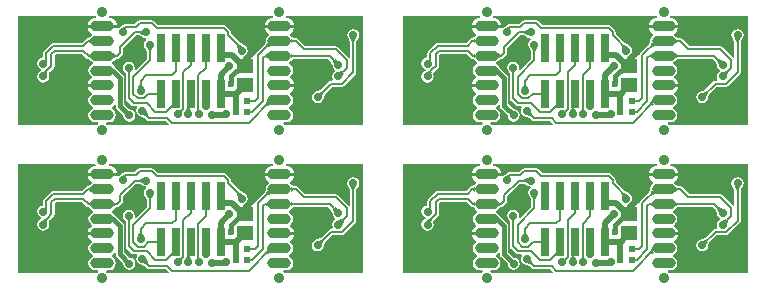
<source format=gbl>
G04 Layer_Physical_Order=2*
G04 Layer_Color=16711680*
%FSAX24Y24*%
%MOIN*%
G70*
G01*
G75*
%ADD17R,0.0217X0.0236*%
%ADD19R,0.0571X0.0512*%
%ADD21C,0.0100*%
%ADD22C,0.0150*%
%ADD23C,0.0080*%
%ADD26C,0.0200*%
G04:AMPARAMS|DCode=27|XSize=78.7mil|YSize=35.4mil|CornerRadius=17.7mil|HoleSize=0mil|Usage=FLASHONLY|Rotation=0.000|XOffset=0mil|YOffset=0mil|HoleType=Round|Shape=RoundedRectangle|*
%AMROUNDEDRECTD27*
21,1,0.0787,0.0000,0,0,0.0*
21,1,0.0433,0.0354,0,0,0.0*
1,1,0.0354,0.0217,0.0000*
1,1,0.0354,-0.0217,0.0000*
1,1,0.0354,-0.0217,0.0000*
1,1,0.0354,0.0217,0.0000*
%
%ADD27ROUNDEDRECTD27*%
G04:AMPARAMS|DCode=28|XSize=35.4mil|YSize=35.4mil|CornerRadius=17.7mil|HoleSize=0mil|Usage=FLASHONLY|Rotation=0.000|XOffset=0mil|YOffset=0mil|HoleType=Round|Shape=RoundedRectangle|*
%AMROUNDEDRECTD28*
21,1,0.0354,0.0000,0,0,0.0*
21,1,0.0000,0.0354,0,0,0.0*
1,1,0.0354,0.0000,0.0000*
1,1,0.0354,0.0000,0.0000*
1,1,0.0354,0.0000,0.0000*
1,1,0.0354,0.0000,0.0000*
%
%ADD28ROUNDEDRECTD28*%
%ADD29C,0.0276*%
%ADD30C,0.0236*%
%ADD31R,0.0299X0.0945*%
G36*
X029547Y021332D02*
X029540Y021291D01*
X029410Y021316D01*
X029490Y021389D01*
X029547Y021332D01*
D02*
G37*
G36*
X016736D02*
X016729Y021291D01*
X016599Y021316D01*
X016679Y021389D01*
X016736Y021332D01*
D02*
G37*
G36*
X030135Y021082D02*
X030019Y021139D01*
Y021219D01*
X030135Y021275D01*
Y021082D01*
D02*
G37*
G36*
X017324D02*
X017208Y021139D01*
Y021219D01*
X017324Y021275D01*
Y021082D01*
D02*
G37*
G36*
X037170Y020872D02*
X037090D01*
X037033Y020988D01*
X037226D01*
X037170Y020872D01*
D02*
G37*
G36*
X024359D02*
X024279D01*
X024222Y020988D01*
X024415D01*
X024359Y020872D01*
D02*
G37*
G36*
X028390Y020812D02*
X028295Y020850D01*
Y020930D01*
X028390Y020968D01*
Y020812D01*
D02*
G37*
G36*
X015579D02*
X015484Y020850D01*
Y020930D01*
X015579Y020968D01*
Y020812D01*
D02*
G37*
G36*
X035138Y020930D02*
Y020850D01*
X035042Y020810D01*
Y020969D01*
X035138Y020930D01*
D02*
G37*
G36*
X022327D02*
Y020850D01*
X022231Y020810D01*
Y020969D01*
X022327Y020930D01*
D02*
G37*
G36*
X034385Y020729D02*
X034292Y020692D01*
X034239Y020752D01*
X034282Y020850D01*
X034385Y020729D01*
D02*
G37*
G36*
X021574D02*
X021481Y020692D01*
X021428Y020752D01*
X021471Y020850D01*
X021574Y020729D01*
D02*
G37*
G36*
X033463Y020702D02*
X033284Y020632D01*
X033265Y020741D01*
X033349Y020771D01*
X033463Y020702D01*
D02*
G37*
G36*
X020652D02*
X020473Y020632D01*
X020454Y020741D01*
X020538Y020771D01*
X020652Y020702D01*
D02*
G37*
G36*
X030396Y020560D02*
X030316D01*
X030259Y020676D01*
X030452D01*
X030396Y020560D01*
D02*
G37*
G36*
X017585D02*
X017505D01*
X017448Y020676D01*
X017641D01*
X017585Y020560D01*
D02*
G37*
G36*
X028382Y020339D02*
X028311Y020358D01*
Y020438D01*
X028382Y020456D01*
Y020339D01*
D02*
G37*
G36*
X015571D02*
X015500Y020358D01*
Y020438D01*
X015571Y020456D01*
Y020339D01*
D02*
G37*
G36*
X035138Y020438D02*
Y020358D01*
X035042Y020318D01*
Y020477D01*
X035138Y020438D01*
D02*
G37*
G36*
X034297Y020318D02*
X034201Y020358D01*
Y020438D01*
X034297Y020477D01*
Y020318D01*
D02*
G37*
G36*
X029233Y020438D02*
Y020358D01*
X029137Y020318D01*
Y020477D01*
X029233Y020438D01*
D02*
G37*
G36*
X022327D02*
Y020358D01*
X022231Y020318D01*
Y020477D01*
X022327Y020438D01*
D02*
G37*
G36*
X021486Y020318D02*
X021390Y020358D01*
Y020438D01*
X021486Y020477D01*
Y020318D01*
D02*
G37*
G36*
X016422Y020438D02*
Y020358D01*
X016326Y020318D01*
Y020477D01*
X016422Y020438D01*
D02*
G37*
G36*
X036636Y020240D02*
X036500Y020104D01*
X036458Y020226D01*
X036514Y020282D01*
X036636Y020240D01*
D02*
G37*
G36*
X023825D02*
X023689Y020104D01*
X023647Y020226D01*
X023703Y020282D01*
X023825Y020240D01*
D02*
G37*
G36*
X030107Y021024D02*
X030110Y021024D01*
X030157Y020992D01*
X030218Y020980D01*
X030232Y020930D01*
X030213Y020917D01*
X030169Y020851D01*
X030154Y020774D01*
X030169Y020697D01*
X030201Y020650D01*
X030201Y020647D01*
X030254Y020539D01*
Y020299D01*
X029888Y019934D01*
X029842Y019959D01*
X029851Y020004D01*
X029836Y020081D01*
X029792Y020147D01*
X029727Y020190D01*
X029650Y020206D01*
X029572Y020190D01*
X029507Y020147D01*
X029463Y020081D01*
X029448Y020004D01*
X029463Y019927D01*
X029507Y019861D01*
X029548Y019834D01*
Y018980D01*
X029555Y018941D01*
X029578Y018908D01*
X029737Y018749D01*
X029770Y018726D01*
X029809Y018719D01*
X029906D01*
X029932Y018669D01*
X029916Y018644D01*
X029901Y018567D01*
X029916Y018490D01*
X029960Y018424D01*
X030025Y018381D01*
X030080Y018370D01*
X030083Y018368D01*
X030197Y018328D01*
X030266Y018259D01*
X030300Y018237D01*
X030339Y018229D01*
X030887D01*
X030976Y018140D01*
X030955Y018090D01*
X028947Y018090D01*
X028935Y018108D01*
X028891Y018137D01*
X028906Y018187D01*
X028980D01*
X029073Y018206D01*
X029151Y018258D01*
X029204Y018337D01*
X029222Y018429D01*
X029204Y018522D01*
X029151Y018600D01*
X029079Y018648D01*
X029076Y018675D01*
X029079Y018702D01*
X029151Y018750D01*
X029167Y018773D01*
X029217Y018758D01*
Y018724D01*
X029227Y018672D01*
X029257Y018627D01*
X029469Y018415D01*
X029468Y018409D01*
X029483Y018332D01*
X029527Y018267D01*
X029592Y018223D01*
X029669Y018208D01*
X029746Y018223D01*
X029812Y018267D01*
X029856Y018332D01*
X029871Y018409D01*
X029856Y018487D01*
X029812Y018552D01*
X029746Y018596D01*
X029669Y018611D01*
X029663Y018610D01*
X029492Y018781D01*
Y019669D01*
X029492Y019669D01*
X029481Y019722D01*
X029452Y019767D01*
X029452Y019767D01*
X029215Y020003D01*
X029188Y020021D01*
X029151Y020077D01*
X029079Y020125D01*
X029076Y020152D01*
X029079Y020179D01*
X029151Y020227D01*
X029176Y020264D01*
X029253Y020296D01*
X029256D01*
X029295Y020303D01*
X029328Y020326D01*
X029426Y020424D01*
X029449Y020457D01*
X029456Y020496D01*
Y020651D01*
X029882Y021077D01*
X029998D01*
X030107Y021024D01*
D02*
G37*
G36*
X017296D02*
X017299Y021024D01*
X017346Y020992D01*
X017407Y020980D01*
X017421Y020930D01*
X017402Y020917D01*
X017358Y020851D01*
X017343Y020774D01*
X017358Y020697D01*
X017390Y020650D01*
X017390Y020647D01*
X017443Y020539D01*
Y020299D01*
X017077Y019934D01*
X017031Y019959D01*
X017040Y020004D01*
X017025Y020081D01*
X016981Y020147D01*
X016916Y020190D01*
X016839Y020206D01*
X016761Y020190D01*
X016696Y020147D01*
X016652Y020081D01*
X016637Y020004D01*
X016652Y019927D01*
X016696Y019861D01*
X016737Y019834D01*
Y018980D01*
X016744Y018941D01*
X016766Y018908D01*
X016926Y018749D01*
X016959Y018726D01*
X016998Y018719D01*
X017095D01*
X017121Y018669D01*
X017105Y018644D01*
X017090Y018567D01*
X017105Y018490D01*
X017149Y018424D01*
X017214Y018381D01*
X017269Y018370D01*
X017271Y018368D01*
X017386Y018328D01*
X017455Y018259D01*
X017489Y018237D01*
X017528Y018229D01*
X018076D01*
X018165Y018140D01*
X018144Y018090D01*
X016136Y018090D01*
X016124Y018108D01*
X016080Y018137D01*
X016095Y018187D01*
X016169D01*
X016262Y018206D01*
X016340Y018258D01*
X016393Y018337D01*
X016411Y018429D01*
X016393Y018522D01*
X016340Y018600D01*
X016268Y018648D01*
X016265Y018675D01*
X016268Y018702D01*
X016340Y018750D01*
X016356Y018773D01*
X016406Y018758D01*
Y018724D01*
X016416Y018672D01*
X016446Y018627D01*
X016658Y018415D01*
X016657Y018409D01*
X016672Y018332D01*
X016716Y018267D01*
X016781Y018223D01*
X016858Y018208D01*
X016935Y018223D01*
X017001Y018267D01*
X017045Y018332D01*
X017060Y018409D01*
X017045Y018487D01*
X017001Y018552D01*
X016935Y018596D01*
X016858Y018611D01*
X016852Y018610D01*
X016681Y018781D01*
Y019669D01*
X016681Y019669D01*
X016670Y019722D01*
X016641Y019767D01*
X016641Y019767D01*
X016404Y020003D01*
X016377Y020021D01*
X016340Y020077D01*
X016268Y020125D01*
X016265Y020152D01*
X016268Y020179D01*
X016340Y020227D01*
X016365Y020264D01*
X016442Y020296D01*
X016445D01*
X016484Y020303D01*
X016517Y020326D01*
X016615Y020424D01*
X016638Y020457D01*
X016645Y020496D01*
Y020651D01*
X017071Y021077D01*
X017187D01*
X017296Y021024D01*
D02*
G37*
G36*
X026939Y019875D02*
X026921Y019766D01*
X026741Y019836D01*
X026856Y019905D01*
X026939Y019875D01*
D02*
G37*
G36*
X014128D02*
X014110Y019766D01*
X013930Y019836D01*
X014045Y019905D01*
X014128Y019875D01*
D02*
G37*
G36*
X036818Y019832D02*
X036776Y019710D01*
X036639Y019846D01*
X036761Y019889D01*
X036818Y019832D01*
D02*
G37*
G36*
X024007D02*
X023965Y019710D01*
X023828Y019846D01*
X023950Y019889D01*
X024007Y019832D01*
D02*
G37*
G36*
X030140Y019315D02*
X029947D01*
X030003Y019431D01*
X030083D01*
X030140Y019315D01*
D02*
G37*
G36*
X017329D02*
X017136D01*
X017192Y019431D01*
X017272D01*
X017329Y019315D01*
D02*
G37*
G36*
X036129Y019143D02*
X036087Y019021D01*
X035950Y019157D01*
X036072Y019200D01*
X036129Y019143D01*
D02*
G37*
G36*
X023318D02*
X023276Y019021D01*
X023139Y019157D01*
X023261Y019200D01*
X023318Y019143D01*
D02*
G37*
G36*
X028538Y021721D02*
X028545Y021711D01*
X028546Y021708D01*
X028522Y021658D01*
X028475Y021652D01*
X028407Y021624D01*
X028350Y021580D01*
X028305Y021522D01*
X028277Y021454D01*
X028274Y021432D01*
X029253D01*
X029250Y021454D01*
X029222Y021522D01*
X029178Y021580D01*
X029120Y021624D01*
X029053Y021652D01*
X029005Y021658D01*
X028982Y021708D01*
X028982Y021711D01*
X028990Y021721D01*
X034443Y021721D01*
X034451Y021711D01*
X034451Y021708D01*
X034428Y021658D01*
X034380Y021652D01*
X034313Y021624D01*
X034255Y021580D01*
X034211Y021522D01*
X034183Y021454D01*
X034180Y021432D01*
X035159D01*
X035156Y021454D01*
X035128Y021522D01*
X035084Y021580D01*
X035026Y021624D01*
X034958Y021652D01*
X034911Y021658D01*
X034887Y021708D01*
X034888Y021711D01*
X034895Y021721D01*
X037469Y021721D01*
X037469Y018090D01*
X034852Y018090D01*
X034840Y018108D01*
X034796Y018137D01*
X034812Y018187D01*
X034886D01*
X034978Y018206D01*
X035057Y018258D01*
X035109Y018337D01*
X035128Y018429D01*
X035109Y018522D01*
X035057Y018600D01*
X034985Y018648D01*
X034981Y018675D01*
X034985Y018702D01*
X035057Y018750D01*
X035109Y018829D01*
X035128Y018921D01*
X035109Y019014D01*
X035057Y019092D01*
X035022Y019116D01*
X035026Y019171D01*
X035084Y019216D01*
X035128Y019274D01*
X035156Y019341D01*
X035159Y019363D01*
X034669D01*
Y019463D01*
X035159D01*
X035156Y019486D01*
X035128Y019553D01*
X035084Y019611D01*
X035026Y019655D01*
X035022Y019711D01*
X035057Y019735D01*
X035109Y019813D01*
X035128Y019906D01*
X035109Y019998D01*
X035057Y020077D01*
X034985Y020125D01*
X034981Y020152D01*
X034985Y020179D01*
X035057Y020227D01*
X035082Y020264D01*
X035158Y020296D01*
X036300D01*
X036399Y020197D01*
X036439Y020083D01*
X036440Y020080D01*
X036451Y020025D01*
X036495Y019960D01*
X036531Y019936D01*
Y019875D01*
X036495Y019851D01*
X036451Y019786D01*
X036436Y019709D01*
X036451Y019631D01*
X036461Y019617D01*
X036438Y019573D01*
X036400D01*
X036361Y019565D01*
X036328Y019543D01*
X036043Y019258D01*
X035929Y019219D01*
X035927Y019217D01*
X035872Y019206D01*
X035806Y019162D01*
X035763Y019097D01*
X035747Y019020D01*
X035763Y018943D01*
X035806Y018877D01*
X035872Y018833D01*
X035949Y018818D01*
X036026Y018833D01*
X036091Y018877D01*
X036135Y018943D01*
X036146Y018998D01*
X036148Y019000D01*
X036188Y019114D01*
X036442Y019369D01*
X036755D01*
X036794Y019377D01*
X036828Y019399D01*
X037202Y019773D01*
X037224Y019806D01*
X037232Y019845D01*
Y020851D01*
X037285Y020960D01*
X037285Y020963D01*
X037316Y021009D01*
X037332Y021087D01*
X037316Y021164D01*
X037273Y021229D01*
X037207Y021273D01*
X037130Y021288D01*
X037053Y021273D01*
X036987Y021229D01*
X036944Y021164D01*
X036928Y021087D01*
X036944Y021009D01*
X036975Y020963D01*
X036975Y020960D01*
X037028Y020851D01*
Y020358D01*
X037008Y020346D01*
X036978Y020339D01*
X036631Y020686D01*
X036598Y020708D01*
X036559Y020716D01*
X035530D01*
X035285Y020962D01*
X035252Y020984D01*
X035213Y020992D01*
X035158D01*
X035082Y021023D01*
X035057Y021061D01*
X035022Y021084D01*
X035026Y021140D01*
X035084Y021184D01*
X035128Y021242D01*
X035156Y021310D01*
X035159Y021332D01*
X034180D01*
X034183Y021310D01*
X034211Y021242D01*
X034255Y021184D01*
X034313Y021140D01*
X034317Y021084D01*
X034282Y021061D01*
X034229Y020982D01*
X034211Y020890D01*
X034216Y020863D01*
X034181Y020782D01*
X033889Y020489D01*
X033866Y020456D01*
X033854Y020418D01*
X033813Y020421D01*
X033605D01*
X033578Y020471D01*
X033596Y020498D01*
X033611Y020575D01*
X033596Y020652D01*
X033552Y020717D01*
X033501Y020751D01*
X033497Y020757D01*
X033382Y020827D01*
X033380Y020827D01*
X033068Y021139D01*
Y021187D01*
X033060Y021226D01*
X033038Y021259D01*
X032903Y021395D01*
X032869Y021417D01*
X032830Y021425D01*
X030623D01*
X030496Y021552D01*
X030463Y021575D01*
X030424Y021582D01*
X030011D01*
X029972Y021575D01*
X029939Y021552D01*
X029849Y021463D01*
X029519D01*
X029480Y021455D01*
X029460Y021442D01*
X029447Y021437D01*
X029371Y021368D01*
X029310Y021328D01*
X029301Y021315D01*
X029256Y021332D01*
X028274D01*
X028277Y021310D01*
X028305Y021242D01*
X028350Y021184D01*
X028407Y021140D01*
X028411Y021084D01*
X028376Y021061D01*
X028350Y021022D01*
X028271Y020990D01*
X028268Y020987D01*
X028252Y020984D01*
X028219Y020962D01*
X028092Y020834D01*
X027130D01*
X027091Y020826D01*
X027058Y020804D01*
X026822Y020568D01*
X026800Y020535D01*
X026792Y020496D01*
Y020343D01*
X026718Y020328D01*
X026653Y020284D01*
X026609Y020219D01*
X026594Y020142D01*
X026609Y020065D01*
X026653Y019999D01*
X026718Y019955D01*
X026723Y019955D01*
X026731Y019905D01*
X026708Y019891D01*
X026704Y019885D01*
X026653Y019851D01*
X026609Y019786D01*
X026594Y019709D01*
X026609Y019631D01*
X026653Y019566D01*
X026718Y019522D01*
X026795Y019507D01*
X026872Y019522D01*
X026938Y019566D01*
X026982Y019631D01*
X026997Y019709D01*
X026986Y019763D01*
X027001Y019849D01*
X027025Y019873D01*
X027025Y019873D01*
X027143Y019991D01*
X027165Y020024D01*
X027173Y020063D01*
Y020414D01*
X027231Y020473D01*
X028092D01*
X028239Y020326D01*
X028272Y020303D01*
X028287Y020300D01*
X028295Y020295D01*
X028338Y020284D01*
X028376Y020227D01*
X028448Y020179D01*
X028452Y020152D01*
X028448Y020125D01*
X028376Y020077D01*
X028324Y019998D01*
X028305Y019906D01*
X028324Y019813D01*
X028376Y019735D01*
X028411Y019711D01*
X028407Y019655D01*
X028350Y019611D01*
X028305Y019553D01*
X028277Y019486D01*
X028274Y019463D01*
X028764D01*
Y019363D01*
X028274D01*
X028277Y019341D01*
X028305Y019274D01*
X028350Y019216D01*
X028407Y019171D01*
X028411Y019116D01*
X028376Y019092D01*
X028324Y019014D01*
X028305Y018921D01*
X028324Y018829D01*
X028376Y018750D01*
X028448Y018702D01*
X028452Y018675D01*
X028448Y018648D01*
X028376Y018600D01*
X028324Y018522D01*
X028305Y018429D01*
X028324Y018337D01*
X028376Y018258D01*
X028455Y018206D01*
X028547Y018187D01*
X028622D01*
X028637Y018137D01*
X028593Y018108D01*
X028581Y018090D01*
X025964Y018090D01*
X025964Y021721D01*
X028538Y021721D01*
D02*
G37*
G36*
X015727D02*
X015734Y021711D01*
X015735Y021708D01*
X015711Y021658D01*
X015664Y021652D01*
X015596Y021624D01*
X015539Y021580D01*
X015494Y021522D01*
X015466Y021454D01*
X015463Y021432D01*
X016442D01*
X016439Y021454D01*
X016411Y021522D01*
X016367Y021580D01*
X016309Y021624D01*
X016242Y021652D01*
X016194Y021658D01*
X016171Y021708D01*
X016171Y021711D01*
X016179Y021721D01*
X021632Y021721D01*
X021640Y021711D01*
X021640Y021708D01*
X021617Y021658D01*
X021569Y021652D01*
X021502Y021624D01*
X021444Y021580D01*
X021400Y021522D01*
X021372Y021454D01*
X021369Y021432D01*
X022348D01*
X022345Y021454D01*
X022317Y021522D01*
X022272Y021580D01*
X022215Y021624D01*
X022147Y021652D01*
X022100Y021658D01*
X022076Y021708D01*
X022077Y021711D01*
X022084Y021721D01*
X024658Y021721D01*
X024658Y018090D01*
X022041Y018090D01*
X022029Y018108D01*
X021985Y018137D01*
X022001Y018187D01*
X022075D01*
X022167Y018206D01*
X022246Y018258D01*
X022298Y018337D01*
X022317Y018429D01*
X022298Y018522D01*
X022246Y018600D01*
X022174Y018648D01*
X022170Y018675D01*
X022174Y018702D01*
X022246Y018750D01*
X022298Y018829D01*
X022317Y018921D01*
X022298Y019014D01*
X022246Y019092D01*
X022211Y019116D01*
X022215Y019171D01*
X022272Y019216D01*
X022317Y019274D01*
X022345Y019341D01*
X022348Y019363D01*
X021858D01*
Y019463D01*
X022348D01*
X022345Y019486D01*
X022317Y019553D01*
X022272Y019611D01*
X022215Y019655D01*
X022211Y019711D01*
X022246Y019735D01*
X022298Y019813D01*
X022317Y019906D01*
X022298Y019998D01*
X022246Y020077D01*
X022174Y020125D01*
X022170Y020152D01*
X022174Y020179D01*
X022246Y020227D01*
X022271Y020264D01*
X022347Y020296D01*
X023489D01*
X023588Y020197D01*
X023628Y020083D01*
X023629Y020080D01*
X023640Y020025D01*
X023684Y019960D01*
X023720Y019936D01*
Y019875D01*
X023684Y019851D01*
X023640Y019786D01*
X023625Y019709D01*
X023640Y019631D01*
X023650Y019617D01*
X023627Y019573D01*
X023589D01*
X023550Y019565D01*
X023517Y019543D01*
X023232Y019258D01*
X023118Y019219D01*
X023116Y019217D01*
X023061Y019206D01*
X022995Y019162D01*
X022951Y019097D01*
X022936Y019020D01*
X022951Y018943D01*
X022995Y018877D01*
X023061Y018833D01*
X023138Y018818D01*
X023215Y018833D01*
X023280Y018877D01*
X023324Y018943D01*
X023335Y018998D01*
X023337Y019000D01*
X023377Y019114D01*
X023631Y019369D01*
X023944D01*
X023983Y019377D01*
X024017Y019399D01*
X024391Y019773D01*
X024413Y019806D01*
X024421Y019845D01*
Y020851D01*
X024474Y020960D01*
X024474Y020963D01*
X024505Y021009D01*
X024521Y021087D01*
X024505Y021164D01*
X024462Y021229D01*
X024396Y021273D01*
X024319Y021288D01*
X024242Y021273D01*
X024176Y021229D01*
X024133Y021164D01*
X024117Y021087D01*
X024133Y021009D01*
X024164Y020963D01*
X024164Y020960D01*
X024217Y020851D01*
Y020358D01*
X024197Y020346D01*
X024167Y020339D01*
X023820Y020686D01*
X023787Y020708D01*
X023748Y020716D01*
X022719D01*
X022474Y020962D01*
X022441Y020984D01*
X022402Y020992D01*
X022347D01*
X022271Y021023D01*
X022246Y021061D01*
X022211Y021084D01*
X022215Y021140D01*
X022272Y021184D01*
X022317Y021242D01*
X022345Y021310D01*
X022348Y021332D01*
X021369D01*
X021372Y021310D01*
X021400Y021242D01*
X021444Y021184D01*
X021502Y021140D01*
X021506Y021084D01*
X021471Y021061D01*
X021418Y020982D01*
X021400Y020890D01*
X021405Y020863D01*
X021370Y020782D01*
X021078Y020489D01*
X021055Y020456D01*
X021043Y020418D01*
X021002Y020421D01*
X020794D01*
X020767Y020471D01*
X020785Y020498D01*
X020800Y020575D01*
X020785Y020652D01*
X020741Y020717D01*
X020690Y020751D01*
X020686Y020757D01*
X020571Y020827D01*
X020569Y020827D01*
X020257Y021139D01*
Y021187D01*
X020249Y021226D01*
X020227Y021259D01*
X020091Y021395D01*
X020058Y021417D01*
X020019Y021425D01*
X017812D01*
X017685Y021552D01*
X017652Y021575D01*
X017613Y021582D01*
X017200D01*
X017161Y021575D01*
X017128Y021552D01*
X017038Y021463D01*
X016708D01*
X016669Y021455D01*
X016649Y021442D01*
X016636Y021437D01*
X016560Y021368D01*
X016499Y021328D01*
X016490Y021315D01*
X016445Y021332D01*
X015463D01*
X015466Y021310D01*
X015494Y021242D01*
X015539Y021184D01*
X015596Y021140D01*
X015600Y021084D01*
X015565Y021061D01*
X015539Y021022D01*
X015460Y020990D01*
X015457Y020987D01*
X015441Y020984D01*
X015408Y020962D01*
X015281Y020834D01*
X014319D01*
X014280Y020826D01*
X014247Y020804D01*
X014011Y020568D01*
X013988Y020535D01*
X013981Y020496D01*
Y020343D01*
X013907Y020328D01*
X013842Y020284D01*
X013798Y020219D01*
X013783Y020142D01*
X013798Y020065D01*
X013842Y019999D01*
X013907Y019955D01*
X013912Y019955D01*
X013920Y019905D01*
X013897Y019891D01*
X013893Y019885D01*
X013842Y019851D01*
X013798Y019786D01*
X013783Y019709D01*
X013798Y019631D01*
X013842Y019566D01*
X013907Y019522D01*
X013984Y019507D01*
X014061Y019522D01*
X014127Y019566D01*
X014171Y019631D01*
X014186Y019709D01*
X014175Y019763D01*
X014190Y019849D01*
X014214Y019873D01*
X014214Y019873D01*
X014332Y019991D01*
X014354Y020024D01*
X014362Y020063D01*
Y020414D01*
X014420Y020473D01*
X015281D01*
X015428Y020326D01*
X015461Y020303D01*
X015476Y020300D01*
X015484Y020295D01*
X015527Y020284D01*
X015565Y020227D01*
X015637Y020179D01*
X015641Y020152D01*
X015637Y020125D01*
X015565Y020077D01*
X015513Y019998D01*
X015494Y019906D01*
X015513Y019813D01*
X015565Y019735D01*
X015600Y019711D01*
X015596Y019655D01*
X015539Y019611D01*
X015494Y019553D01*
X015466Y019486D01*
X015463Y019463D01*
X015953D01*
Y019363D01*
X015463D01*
X015466Y019341D01*
X015494Y019274D01*
X015539Y019216D01*
X015596Y019171D01*
X015600Y019116D01*
X015565Y019092D01*
X015513Y019014D01*
X015494Y018921D01*
X015513Y018829D01*
X015565Y018750D01*
X015637Y018702D01*
X015641Y018675D01*
X015637Y018648D01*
X015565Y018600D01*
X015513Y018522D01*
X015494Y018429D01*
X015513Y018337D01*
X015565Y018258D01*
X015644Y018206D01*
X015736Y018187D01*
X015811D01*
X015826Y018137D01*
X015782Y018108D01*
X015770Y018090D01*
X013153Y018090D01*
X013153Y021721D01*
X015727Y021721D01*
D02*
G37*
G36*
X032313Y018811D02*
X032120D01*
X032177Y018927D01*
X032257D01*
X032313Y018811D01*
D02*
G37*
G36*
X019502D02*
X019309D01*
X019366Y018927D01*
X019446D01*
X019502Y018811D01*
D02*
G37*
G36*
X034359Y018773D02*
X034270Y018741D01*
X034228Y018812D01*
X034277Y018917D01*
X034359Y018773D01*
D02*
G37*
G36*
X021548D02*
X021459Y018741D01*
X021417Y018812D01*
X021466Y018917D01*
X021548Y018773D01*
D02*
G37*
G36*
X031734Y018547D02*
X031541D01*
X031598Y018663D01*
X031678D01*
X031734Y018547D01*
D02*
G37*
G36*
X018923D02*
X018730D01*
X018787Y018663D01*
X018867D01*
X018923Y018547D01*
D02*
G37*
G36*
X030282Y018444D02*
X030226Y018387D01*
X030104Y018429D01*
X030240Y018566D01*
X030282Y018444D01*
D02*
G37*
G36*
X017471D02*
X017415Y018387D01*
X017293Y018429D01*
X017429Y018566D01*
X017471Y018444D01*
D02*
G37*
G36*
X029547Y016395D02*
X029540Y016354D01*
X029410Y016379D01*
X029490Y016452D01*
X029547Y016395D01*
D02*
G37*
G36*
X016736D02*
X016729Y016354D01*
X016599Y016379D01*
X016679Y016452D01*
X016736Y016395D01*
D02*
G37*
G36*
X030135Y016145D02*
X030019Y016202D01*
Y016282D01*
X030135Y016338D01*
Y016145D01*
D02*
G37*
G36*
X017324D02*
X017208Y016202D01*
Y016282D01*
X017324Y016338D01*
Y016145D01*
D02*
G37*
G36*
X037170Y015935D02*
X037090D01*
X037033Y016051D01*
X037226D01*
X037170Y015935D01*
D02*
G37*
G36*
X024359D02*
X024279D01*
X024222Y016051D01*
X024415D01*
X024359Y015935D01*
D02*
G37*
G36*
X028390Y015875D02*
X028295Y015913D01*
Y015993D01*
X028390Y016031D01*
Y015875D01*
D02*
G37*
G36*
X015579D02*
X015484Y015913D01*
Y015993D01*
X015579Y016031D01*
Y015875D01*
D02*
G37*
G36*
X035138Y015993D02*
Y015913D01*
X035042Y015873D01*
Y016032D01*
X035138Y015993D01*
D02*
G37*
G36*
X022327D02*
Y015913D01*
X022231Y015873D01*
Y016032D01*
X022327Y015993D01*
D02*
G37*
G36*
X034385Y015792D02*
X034292Y015755D01*
X034239Y015815D01*
X034282Y015913D01*
X034385Y015792D01*
D02*
G37*
G36*
X021574D02*
X021481Y015755D01*
X021428Y015815D01*
X021471Y015913D01*
X021574Y015792D01*
D02*
G37*
G36*
X033463Y015765D02*
X033284Y015695D01*
X033265Y015804D01*
X033349Y015834D01*
X033463Y015765D01*
D02*
G37*
G36*
X020652D02*
X020473Y015695D01*
X020454Y015804D01*
X020538Y015834D01*
X020652Y015765D01*
D02*
G37*
G36*
X030396Y015623D02*
X030316D01*
X030259Y015739D01*
X030452D01*
X030396Y015623D01*
D02*
G37*
G36*
X017585D02*
X017505D01*
X017448Y015739D01*
X017641D01*
X017585Y015623D01*
D02*
G37*
G36*
X028382Y015402D02*
X028311Y015421D01*
Y015501D01*
X028382Y015519D01*
Y015402D01*
D02*
G37*
G36*
X015571D02*
X015500Y015421D01*
Y015501D01*
X015571Y015519D01*
Y015402D01*
D02*
G37*
G36*
X035138Y015501D02*
Y015421D01*
X035042Y015381D01*
Y015540D01*
X035138Y015501D01*
D02*
G37*
G36*
X034297Y015381D02*
X034201Y015421D01*
Y015501D01*
X034297Y015540D01*
Y015381D01*
D02*
G37*
G36*
X029233Y015501D02*
Y015421D01*
X029137Y015381D01*
Y015540D01*
X029233Y015501D01*
D02*
G37*
G36*
X022327D02*
Y015421D01*
X022231Y015381D01*
Y015540D01*
X022327Y015501D01*
D02*
G37*
G36*
X021486Y015381D02*
X021390Y015421D01*
Y015501D01*
X021486Y015540D01*
Y015381D01*
D02*
G37*
G36*
X016422Y015501D02*
Y015421D01*
X016326Y015381D01*
Y015540D01*
X016422Y015501D01*
D02*
G37*
G36*
X036636Y015303D02*
X036500Y015167D01*
X036458Y015289D01*
X036514Y015345D01*
X036636Y015303D01*
D02*
G37*
G36*
X023825D02*
X023689Y015167D01*
X023647Y015289D01*
X023703Y015345D01*
X023825Y015303D01*
D02*
G37*
G36*
X030107Y016087D02*
X030110Y016087D01*
X030157Y016055D01*
X030218Y016043D01*
X030232Y015993D01*
X030213Y015980D01*
X030169Y015914D01*
X030154Y015837D01*
X030169Y015760D01*
X030201Y015713D01*
X030201Y015710D01*
X030254Y015602D01*
Y015362D01*
X029888Y014997D01*
X029842Y015022D01*
X029851Y015067D01*
X029836Y015144D01*
X029792Y015210D01*
X029727Y015253D01*
X029650Y015269D01*
X029572Y015253D01*
X029507Y015210D01*
X029463Y015144D01*
X029448Y015067D01*
X029463Y014990D01*
X029507Y014924D01*
X029548Y014897D01*
Y014043D01*
X029555Y014004D01*
X029578Y013971D01*
X029737Y013812D01*
X029770Y013789D01*
X029809Y013782D01*
X029906D01*
X029932Y013732D01*
X029916Y013707D01*
X029901Y013630D01*
X029916Y013553D01*
X029960Y013487D01*
X030025Y013444D01*
X030080Y013433D01*
X030083Y013431D01*
X030197Y013391D01*
X030266Y013322D01*
X030300Y013300D01*
X030339Y013292D01*
X030887D01*
X030976Y013203D01*
X030955Y013153D01*
X028947Y013153D01*
X028935Y013171D01*
X028891Y013200D01*
X028906Y013250D01*
X028980D01*
X029073Y013269D01*
X029151Y013321D01*
X029204Y013400D01*
X029222Y013492D01*
X029204Y013585D01*
X029151Y013663D01*
X029079Y013711D01*
X029076Y013738D01*
X029079Y013765D01*
X029151Y013813D01*
X029167Y013836D01*
X029217Y013821D01*
Y013787D01*
X029227Y013735D01*
X029257Y013690D01*
X029469Y013478D01*
X029468Y013472D01*
X029483Y013395D01*
X029527Y013330D01*
X029592Y013286D01*
X029669Y013271D01*
X029746Y013286D01*
X029812Y013330D01*
X029856Y013395D01*
X029871Y013472D01*
X029856Y013550D01*
X029812Y013615D01*
X029746Y013659D01*
X029669Y013674D01*
X029663Y013673D01*
X029492Y013844D01*
Y014732D01*
X029492Y014732D01*
X029481Y014785D01*
X029452Y014830D01*
X029452Y014830D01*
X029215Y015066D01*
X029188Y015084D01*
X029151Y015139D01*
X029079Y015188D01*
X029076Y015215D01*
X029079Y015242D01*
X029151Y015290D01*
X029176Y015327D01*
X029253Y015359D01*
X029256D01*
X029295Y015366D01*
X029328Y015389D01*
X029426Y015487D01*
X029449Y015520D01*
X029456Y015559D01*
Y015714D01*
X029882Y016140D01*
X029998D01*
X030107Y016087D01*
D02*
G37*
G36*
X017296D02*
X017299Y016087D01*
X017346Y016055D01*
X017407Y016043D01*
X017421Y015993D01*
X017402Y015980D01*
X017358Y015914D01*
X017343Y015837D01*
X017358Y015760D01*
X017390Y015713D01*
X017390Y015710D01*
X017443Y015602D01*
Y015362D01*
X017077Y014997D01*
X017031Y015022D01*
X017040Y015067D01*
X017025Y015144D01*
X016981Y015210D01*
X016916Y015253D01*
X016839Y015269D01*
X016761Y015253D01*
X016696Y015210D01*
X016652Y015144D01*
X016637Y015067D01*
X016652Y014990D01*
X016696Y014924D01*
X016737Y014897D01*
Y014043D01*
X016744Y014004D01*
X016766Y013971D01*
X016926Y013812D01*
X016959Y013789D01*
X016998Y013782D01*
X017095D01*
X017121Y013732D01*
X017105Y013707D01*
X017090Y013630D01*
X017105Y013553D01*
X017149Y013487D01*
X017214Y013444D01*
X017269Y013433D01*
X017271Y013431D01*
X017386Y013391D01*
X017455Y013322D01*
X017489Y013300D01*
X017528Y013292D01*
X018076D01*
X018165Y013203D01*
X018144Y013153D01*
X016136Y013153D01*
X016124Y013171D01*
X016080Y013200D01*
X016095Y013250D01*
X016169D01*
X016262Y013269D01*
X016340Y013321D01*
X016393Y013400D01*
X016411Y013492D01*
X016393Y013585D01*
X016340Y013663D01*
X016268Y013711D01*
X016265Y013738D01*
X016268Y013765D01*
X016340Y013813D01*
X016356Y013836D01*
X016406Y013821D01*
Y013787D01*
X016416Y013735D01*
X016446Y013690D01*
X016658Y013478D01*
X016657Y013472D01*
X016672Y013395D01*
X016716Y013330D01*
X016781Y013286D01*
X016858Y013271D01*
X016935Y013286D01*
X017001Y013330D01*
X017045Y013395D01*
X017060Y013472D01*
X017045Y013550D01*
X017001Y013615D01*
X016935Y013659D01*
X016858Y013674D01*
X016852Y013673D01*
X016681Y013844D01*
Y014732D01*
X016681Y014732D01*
X016670Y014785D01*
X016641Y014830D01*
X016641Y014830D01*
X016404Y015066D01*
X016377Y015084D01*
X016340Y015139D01*
X016268Y015188D01*
X016265Y015215D01*
X016268Y015242D01*
X016340Y015290D01*
X016365Y015327D01*
X016442Y015359D01*
X016445D01*
X016484Y015366D01*
X016517Y015389D01*
X016615Y015487D01*
X016638Y015520D01*
X016645Y015559D01*
Y015714D01*
X017071Y016140D01*
X017187D01*
X017296Y016087D01*
D02*
G37*
G36*
X026939Y014938D02*
X026921Y014829D01*
X026741Y014899D01*
X026856Y014968D01*
X026939Y014938D01*
D02*
G37*
G36*
X014128D02*
X014110Y014829D01*
X013930Y014899D01*
X014045Y014968D01*
X014128Y014938D01*
D02*
G37*
G36*
X036818Y014895D02*
X036776Y014773D01*
X036639Y014909D01*
X036761Y014952D01*
X036818Y014895D01*
D02*
G37*
G36*
X024007D02*
X023965Y014773D01*
X023828Y014909D01*
X023950Y014952D01*
X024007Y014895D01*
D02*
G37*
G36*
X030140Y014378D02*
X029947D01*
X030003Y014494D01*
X030083D01*
X030140Y014378D01*
D02*
G37*
G36*
X017329D02*
X017136D01*
X017192Y014494D01*
X017272D01*
X017329Y014378D01*
D02*
G37*
G36*
X036129Y014206D02*
X036087Y014084D01*
X035950Y014220D01*
X036072Y014263D01*
X036129Y014206D01*
D02*
G37*
G36*
X023318D02*
X023276Y014084D01*
X023139Y014220D01*
X023261Y014263D01*
X023318Y014206D01*
D02*
G37*
G36*
X028538Y016784D02*
X028545Y016774D01*
X028546Y016771D01*
X028522Y016721D01*
X028475Y016715D01*
X028407Y016687D01*
X028350Y016643D01*
X028305Y016585D01*
X028277Y016517D01*
X028274Y016495D01*
X029253D01*
X029250Y016517D01*
X029222Y016585D01*
X029178Y016643D01*
X029120Y016687D01*
X029053Y016715D01*
X029005Y016721D01*
X028982Y016771D01*
X028982Y016774D01*
X028990Y016784D01*
X034443Y016784D01*
X034451Y016774D01*
X034451Y016771D01*
X034428Y016721D01*
X034380Y016715D01*
X034313Y016687D01*
X034255Y016643D01*
X034211Y016585D01*
X034183Y016517D01*
X034180Y016495D01*
X035159D01*
X035156Y016517D01*
X035128Y016585D01*
X035084Y016643D01*
X035026Y016687D01*
X034958Y016715D01*
X034911Y016721D01*
X034887Y016771D01*
X034888Y016774D01*
X034895Y016784D01*
X037469Y016784D01*
X037469Y013153D01*
X034852Y013153D01*
X034840Y013171D01*
X034796Y013200D01*
X034812Y013250D01*
X034886D01*
X034978Y013269D01*
X035057Y013321D01*
X035109Y013400D01*
X035128Y013492D01*
X035109Y013585D01*
X035057Y013663D01*
X034985Y013711D01*
X034981Y013738D01*
X034985Y013765D01*
X035057Y013813D01*
X035109Y013892D01*
X035128Y013984D01*
X035109Y014077D01*
X035057Y014155D01*
X035022Y014179D01*
X035026Y014234D01*
X035084Y014279D01*
X035128Y014337D01*
X035156Y014404D01*
X035159Y014426D01*
X034669D01*
Y014526D01*
X035159D01*
X035156Y014549D01*
X035128Y014616D01*
X035084Y014674D01*
X035026Y014718D01*
X035022Y014774D01*
X035057Y014798D01*
X035109Y014876D01*
X035128Y014969D01*
X035109Y015061D01*
X035057Y015139D01*
X034985Y015188D01*
X034981Y015215D01*
X034985Y015242D01*
X035057Y015290D01*
X035082Y015327D01*
X035158Y015359D01*
X036300D01*
X036399Y015260D01*
X036439Y015146D01*
X036440Y015143D01*
X036451Y015088D01*
X036495Y015023D01*
X036531Y014999D01*
Y014938D01*
X036495Y014914D01*
X036451Y014849D01*
X036436Y014772D01*
X036451Y014694D01*
X036461Y014680D01*
X036438Y014636D01*
X036400D01*
X036361Y014628D01*
X036328Y014606D01*
X036043Y014321D01*
X035929Y014282D01*
X035927Y014280D01*
X035872Y014269D01*
X035806Y014225D01*
X035763Y014160D01*
X035747Y014083D01*
X035763Y014006D01*
X035806Y013940D01*
X035872Y013896D01*
X035949Y013881D01*
X036026Y013896D01*
X036091Y013940D01*
X036135Y014006D01*
X036146Y014061D01*
X036148Y014063D01*
X036188Y014177D01*
X036442Y014432D01*
X036755D01*
X036794Y014440D01*
X036828Y014462D01*
X037202Y014836D01*
X037224Y014869D01*
X037232Y014908D01*
Y015914D01*
X037285Y016023D01*
X037285Y016026D01*
X037316Y016072D01*
X037332Y016150D01*
X037316Y016227D01*
X037273Y016292D01*
X037207Y016336D01*
X037130Y016351D01*
X037053Y016336D01*
X036987Y016292D01*
X036944Y016227D01*
X036928Y016150D01*
X036944Y016072D01*
X036975Y016026D01*
X036975Y016023D01*
X037028Y015914D01*
Y015421D01*
X037008Y015409D01*
X036978Y015402D01*
X036631Y015749D01*
X036598Y015771D01*
X036559Y015779D01*
X035530D01*
X035285Y016025D01*
X035252Y016047D01*
X035213Y016055D01*
X035158D01*
X035082Y016086D01*
X035057Y016124D01*
X035022Y016147D01*
X035026Y016203D01*
X035084Y016247D01*
X035128Y016305D01*
X035156Y016373D01*
X035159Y016395D01*
X034180D01*
X034183Y016373D01*
X034211Y016305D01*
X034255Y016247D01*
X034313Y016203D01*
X034317Y016147D01*
X034282Y016124D01*
X034229Y016045D01*
X034211Y015953D01*
X034216Y015926D01*
X034181Y015845D01*
X033889Y015552D01*
X033866Y015519D01*
X033854Y015481D01*
X033813Y015484D01*
X033605D01*
X033578Y015534D01*
X033596Y015561D01*
X033611Y015638D01*
X033596Y015715D01*
X033552Y015780D01*
X033501Y015814D01*
X033497Y015820D01*
X033382Y015890D01*
X033380Y015890D01*
X033068Y016202D01*
Y016250D01*
X033060Y016289D01*
X033038Y016322D01*
X032903Y016458D01*
X032869Y016480D01*
X032830Y016488D01*
X030623D01*
X030496Y016615D01*
X030463Y016638D01*
X030424Y016645D01*
X030011D01*
X029972Y016638D01*
X029939Y016615D01*
X029849Y016526D01*
X029519D01*
X029480Y016518D01*
X029460Y016505D01*
X029447Y016500D01*
X029371Y016431D01*
X029310Y016391D01*
X029301Y016378D01*
X029256Y016395D01*
X028274D01*
X028277Y016373D01*
X028305Y016305D01*
X028350Y016247D01*
X028407Y016203D01*
X028411Y016147D01*
X028376Y016124D01*
X028350Y016085D01*
X028271Y016053D01*
X028268Y016050D01*
X028252Y016047D01*
X028219Y016025D01*
X028092Y015897D01*
X027130D01*
X027091Y015889D01*
X027058Y015867D01*
X026822Y015631D01*
X026800Y015598D01*
X026792Y015559D01*
Y015406D01*
X026718Y015391D01*
X026653Y015347D01*
X026609Y015282D01*
X026594Y015205D01*
X026609Y015128D01*
X026653Y015062D01*
X026718Y015018D01*
X026723Y015017D01*
X026731Y014968D01*
X026708Y014954D01*
X026704Y014948D01*
X026653Y014914D01*
X026609Y014849D01*
X026594Y014772D01*
X026609Y014694D01*
X026653Y014629D01*
X026718Y014585D01*
X026795Y014570D01*
X026872Y014585D01*
X026938Y014629D01*
X026982Y014694D01*
X026997Y014772D01*
X026986Y014826D01*
X027001Y014912D01*
X027025Y014936D01*
X027025Y014936D01*
X027143Y015054D01*
X027165Y015087D01*
X027173Y015126D01*
Y015477D01*
X027231Y015536D01*
X028092D01*
X028239Y015389D01*
X028272Y015366D01*
X028287Y015363D01*
X028295Y015358D01*
X028338Y015347D01*
X028376Y015290D01*
X028448Y015242D01*
X028452Y015215D01*
X028448Y015188D01*
X028376Y015139D01*
X028324Y015061D01*
X028305Y014969D01*
X028324Y014876D01*
X028376Y014798D01*
X028411Y014774D01*
X028407Y014718D01*
X028350Y014674D01*
X028305Y014616D01*
X028277Y014549D01*
X028274Y014526D01*
X028764D01*
Y014426D01*
X028274D01*
X028277Y014404D01*
X028305Y014337D01*
X028350Y014279D01*
X028407Y014234D01*
X028411Y014179D01*
X028376Y014155D01*
X028324Y014077D01*
X028305Y013984D01*
X028324Y013892D01*
X028376Y013813D01*
X028448Y013765D01*
X028452Y013738D01*
X028448Y013711D01*
X028376Y013663D01*
X028324Y013585D01*
X028305Y013492D01*
X028324Y013400D01*
X028376Y013321D01*
X028455Y013269D01*
X028547Y013250D01*
X028622D01*
X028637Y013200D01*
X028593Y013171D01*
X028581Y013153D01*
X025964Y013153D01*
X025964Y016784D01*
X028538Y016784D01*
D02*
G37*
G36*
X015727D02*
X015734Y016774D01*
X015735Y016771D01*
X015711Y016721D01*
X015664Y016715D01*
X015596Y016687D01*
X015539Y016643D01*
X015494Y016585D01*
X015466Y016517D01*
X015463Y016495D01*
X016442D01*
X016439Y016517D01*
X016411Y016585D01*
X016367Y016643D01*
X016309Y016687D01*
X016242Y016715D01*
X016194Y016721D01*
X016171Y016771D01*
X016171Y016774D01*
X016179Y016784D01*
X021632Y016784D01*
X021640Y016774D01*
X021640Y016771D01*
X021617Y016721D01*
X021569Y016715D01*
X021502Y016687D01*
X021444Y016643D01*
X021400Y016585D01*
X021372Y016517D01*
X021369Y016495D01*
X022348D01*
X022345Y016517D01*
X022317Y016585D01*
X022272Y016643D01*
X022215Y016687D01*
X022147Y016715D01*
X022100Y016721D01*
X022076Y016771D01*
X022077Y016774D01*
X022084Y016784D01*
X024658Y016784D01*
X024658Y013153D01*
X022041Y013153D01*
X022029Y013171D01*
X021985Y013200D01*
X022001Y013250D01*
X022075D01*
X022167Y013269D01*
X022246Y013321D01*
X022298Y013400D01*
X022317Y013492D01*
X022298Y013585D01*
X022246Y013663D01*
X022174Y013711D01*
X022170Y013738D01*
X022174Y013765D01*
X022246Y013813D01*
X022298Y013892D01*
X022317Y013984D01*
X022298Y014077D01*
X022246Y014155D01*
X022211Y014179D01*
X022215Y014234D01*
X022272Y014279D01*
X022317Y014337D01*
X022345Y014404D01*
X022348Y014426D01*
X021858D01*
Y014526D01*
X022348D01*
X022345Y014549D01*
X022317Y014616D01*
X022272Y014674D01*
X022215Y014718D01*
X022211Y014774D01*
X022246Y014798D01*
X022298Y014876D01*
X022317Y014969D01*
X022298Y015061D01*
X022246Y015139D01*
X022174Y015188D01*
X022170Y015215D01*
X022174Y015242D01*
X022246Y015290D01*
X022271Y015327D01*
X022347Y015359D01*
X023489D01*
X023588Y015260D01*
X023628Y015146D01*
X023629Y015143D01*
X023640Y015088D01*
X023684Y015023D01*
X023720Y014999D01*
Y014938D01*
X023684Y014914D01*
X023640Y014849D01*
X023625Y014772D01*
X023640Y014694D01*
X023650Y014680D01*
X023627Y014636D01*
X023589D01*
X023550Y014628D01*
X023517Y014606D01*
X023232Y014321D01*
X023118Y014282D01*
X023116Y014280D01*
X023061Y014269D01*
X022995Y014225D01*
X022951Y014160D01*
X022936Y014083D01*
X022951Y014006D01*
X022995Y013940D01*
X023061Y013896D01*
X023138Y013881D01*
X023215Y013896D01*
X023280Y013940D01*
X023324Y014006D01*
X023335Y014061D01*
X023337Y014063D01*
X023377Y014177D01*
X023631Y014432D01*
X023944D01*
X023983Y014440D01*
X024017Y014462D01*
X024391Y014836D01*
X024413Y014869D01*
X024421Y014908D01*
Y015914D01*
X024474Y016023D01*
X024474Y016026D01*
X024505Y016072D01*
X024521Y016150D01*
X024505Y016227D01*
X024462Y016292D01*
X024396Y016336D01*
X024319Y016351D01*
X024242Y016336D01*
X024176Y016292D01*
X024133Y016227D01*
X024117Y016150D01*
X024133Y016072D01*
X024164Y016026D01*
X024164Y016023D01*
X024217Y015914D01*
Y015421D01*
X024197Y015409D01*
X024167Y015402D01*
X023820Y015749D01*
X023787Y015771D01*
X023748Y015779D01*
X022719D01*
X022474Y016025D01*
X022441Y016047D01*
X022402Y016055D01*
X022347D01*
X022271Y016086D01*
X022246Y016124D01*
X022211Y016147D01*
X022215Y016203D01*
X022272Y016247D01*
X022317Y016305D01*
X022345Y016373D01*
X022348Y016395D01*
X021369D01*
X021372Y016373D01*
X021400Y016305D01*
X021444Y016247D01*
X021502Y016203D01*
X021506Y016147D01*
X021471Y016124D01*
X021418Y016045D01*
X021400Y015953D01*
X021405Y015926D01*
X021370Y015845D01*
X021078Y015552D01*
X021055Y015519D01*
X021043Y015481D01*
X021002Y015484D01*
X020794D01*
X020767Y015534D01*
X020785Y015561D01*
X020800Y015638D01*
X020785Y015715D01*
X020741Y015780D01*
X020690Y015814D01*
X020686Y015820D01*
X020571Y015890D01*
X020569Y015890D01*
X020257Y016202D01*
Y016250D01*
X020249Y016289D01*
X020227Y016322D01*
X020091Y016458D01*
X020058Y016480D01*
X020019Y016488D01*
X017812D01*
X017685Y016615D01*
X017652Y016638D01*
X017613Y016645D01*
X017200D01*
X017161Y016638D01*
X017128Y016615D01*
X017038Y016526D01*
X016708D01*
X016669Y016518D01*
X016649Y016505D01*
X016636Y016500D01*
X016560Y016431D01*
X016499Y016391D01*
X016490Y016378D01*
X016445Y016395D01*
X015463D01*
X015466Y016373D01*
X015494Y016305D01*
X015539Y016247D01*
X015596Y016203D01*
X015600Y016147D01*
X015565Y016124D01*
X015539Y016085D01*
X015460Y016053D01*
X015457Y016050D01*
X015441Y016047D01*
X015408Y016025D01*
X015281Y015897D01*
X014319D01*
X014280Y015889D01*
X014247Y015867D01*
X014011Y015631D01*
X013988Y015598D01*
X013981Y015559D01*
Y015406D01*
X013907Y015391D01*
X013842Y015347D01*
X013798Y015282D01*
X013783Y015205D01*
X013798Y015128D01*
X013842Y015062D01*
X013907Y015018D01*
X013912Y015017D01*
X013920Y014968D01*
X013897Y014954D01*
X013893Y014948D01*
X013842Y014914D01*
X013798Y014849D01*
X013783Y014772D01*
X013798Y014694D01*
X013842Y014629D01*
X013907Y014585D01*
X013984Y014570D01*
X014061Y014585D01*
X014127Y014629D01*
X014171Y014694D01*
X014186Y014772D01*
X014175Y014826D01*
X014190Y014912D01*
X014214Y014936D01*
X014214Y014936D01*
X014332Y015054D01*
X014354Y015087D01*
X014362Y015126D01*
Y015477D01*
X014420Y015536D01*
X015281D01*
X015428Y015389D01*
X015461Y015366D01*
X015476Y015363D01*
X015484Y015358D01*
X015527Y015347D01*
X015565Y015290D01*
X015637Y015242D01*
X015641Y015215D01*
X015637Y015188D01*
X015565Y015139D01*
X015513Y015061D01*
X015494Y014969D01*
X015513Y014876D01*
X015565Y014798D01*
X015600Y014774D01*
X015596Y014718D01*
X015539Y014674D01*
X015494Y014616D01*
X015466Y014549D01*
X015463Y014526D01*
X015953D01*
Y014426D01*
X015463D01*
X015466Y014404D01*
X015494Y014337D01*
X015539Y014279D01*
X015596Y014234D01*
X015600Y014179D01*
X015565Y014155D01*
X015513Y014077D01*
X015494Y013984D01*
X015513Y013892D01*
X015565Y013813D01*
X015637Y013765D01*
X015641Y013738D01*
X015637Y013711D01*
X015565Y013663D01*
X015513Y013585D01*
X015494Y013492D01*
X015513Y013400D01*
X015565Y013321D01*
X015644Y013269D01*
X015736Y013250D01*
X015811D01*
X015826Y013200D01*
X015782Y013171D01*
X015770Y013153D01*
X013153Y013153D01*
X013153Y016784D01*
X015727Y016784D01*
D02*
G37*
G36*
X032313Y013874D02*
X032120D01*
X032177Y013990D01*
X032257D01*
X032313Y013874D01*
D02*
G37*
G36*
X019502D02*
X019309D01*
X019366Y013990D01*
X019446D01*
X019502Y013874D01*
D02*
G37*
G36*
X034359Y013836D02*
X034270Y013804D01*
X034228Y013875D01*
X034277Y013980D01*
X034359Y013836D01*
D02*
G37*
G36*
X021548D02*
X021459Y013804D01*
X021417Y013875D01*
X021466Y013980D01*
X021548Y013836D01*
D02*
G37*
G36*
X031734Y013610D02*
X031541D01*
X031598Y013726D01*
X031678D01*
X031734Y013610D01*
D02*
G37*
G36*
X018923D02*
X018730D01*
X018787Y013726D01*
X018867D01*
X018923Y013610D01*
D02*
G37*
G36*
X030282Y013507D02*
X030226Y013450D01*
X030104Y013492D01*
X030240Y013629D01*
X030282Y013507D01*
D02*
G37*
G36*
X017471D02*
X017415Y013450D01*
X017293Y013492D01*
X017429Y013629D01*
X017471Y013507D01*
D02*
G37*
D17*
X020411Y013945D02*
D03*
X020785D02*
D03*
X020411Y013591D02*
D03*
X020785D02*
D03*
X033222Y013945D02*
D03*
X033596D02*
D03*
X033222Y013591D02*
D03*
X033596D02*
D03*
X020411Y018882D02*
D03*
X020785D02*
D03*
X020411Y018528D02*
D03*
X020785D02*
D03*
X033222Y018882D02*
D03*
X033596D02*
D03*
X033222Y018528D02*
D03*
X033596D02*
D03*
D19*
X020717Y014496D02*
D03*
Y015126D02*
D03*
X033528Y014496D02*
D03*
Y015126D02*
D03*
X020717Y019433D02*
D03*
Y020063D02*
D03*
X033528Y019433D02*
D03*
Y020063D02*
D03*
D21*
X020079Y013504D02*
X020087Y013512D01*
X032890Y013504D02*
X032898Y013512D01*
X020079Y018441D02*
X020087Y018449D01*
X032890Y018441D02*
X032898Y018449D01*
D22*
X020244Y014772D02*
X020598Y015126D01*
X020244Y014535D02*
Y014772D01*
X016307Y014969D02*
X016543Y014732D01*
X015953Y014969D02*
X016307D01*
X016543Y013787D02*
Y014732D01*
Y013787D02*
X016858Y013472D01*
X033055Y014772D02*
X033409Y015126D01*
X033055Y014535D02*
Y014772D01*
X029118Y014969D02*
X029354Y014732D01*
X028764Y014969D02*
X029118D01*
X029354Y013787D02*
Y014732D01*
Y013787D02*
X029669Y013472D01*
X020244Y019709D02*
X020598Y020063D01*
X020244Y019472D02*
Y019709D01*
X016307Y019906D02*
X016543Y019669D01*
X015953Y019906D02*
X016307D01*
X016543Y018724D02*
Y019669D01*
Y018724D02*
X016858Y018409D01*
X033055Y019709D02*
X033409Y020063D01*
X033055Y019472D02*
Y019709D01*
X029118Y019906D02*
X029354Y019669D01*
X028764Y019906D02*
X029118D01*
X029354Y018724D02*
Y019669D01*
Y018724D02*
X029669Y018409D01*
D23*
X016839Y014043D02*
Y015067D01*
Y014043D02*
X016998Y013884D01*
X020598Y015638D02*
X020677D01*
X017906Y015992D02*
X017915D01*
X020155Y016160D02*
X020677Y015638D01*
X020785Y013512D02*
X020864Y013591D01*
X018846Y014141D02*
X018906Y014081D01*
X017232Y014634D02*
X017409Y014811D01*
X017232Y014280D02*
Y014634D01*
X017331Y014042D02*
X017490Y014201D01*
X017134Y014042D02*
X017331D01*
X016994Y014181D02*
X017134Y014042D01*
X016994Y014181D02*
Y014770D01*
X016998Y013884D02*
X017431D01*
X017291Y013630D02*
X017528Y013394D01*
X016994Y014770D02*
X017545Y015320D01*
Y015837D01*
X017902Y015996D02*
Y016051D01*
X020019Y016386D02*
X020155Y016250D01*
X017490Y014201D02*
X017906D01*
X015323Y015638D02*
X015500Y015461D01*
X015953D01*
X015480Y015953D02*
X015953D01*
X014378Y015638D02*
X015323D01*
X015323Y015795D02*
X015480Y015953D01*
X014319Y015795D02*
X015323D01*
X019406Y013776D02*
Y014201D01*
X019156Y014806D02*
X019406Y015055D01*
Y015736D01*
X017915Y015992D02*
X017918Y015989D01*
X017902Y015996D02*
X017906Y015992D01*
X021858Y015461D02*
X023531D01*
X023827Y015165D01*
X022677Y015677D02*
X023748D01*
X022402Y015953D02*
X022677Y015677D01*
X021858Y015953D02*
X022402D01*
X018406Y013917D02*
Y014201D01*
X018846Y014141D02*
X018906Y014201D01*
X018827Y014002D02*
X018906Y014081D01*
Y015165D02*
Y015736D01*
X018656Y014916D02*
X018906Y015165D01*
X018276Y014811D02*
X018406Y014941D01*
Y015736D01*
X020155Y016160D02*
Y016250D01*
X017431Y013884D02*
X017724Y013591D01*
X021583Y013984D02*
X021858D01*
X020864Y013591D02*
X020953D01*
X021307Y013945D01*
X020785Y013945D02*
X021031D01*
X021150Y014063D01*
X019156Y013537D02*
X019181Y013512D01*
X019156Y013537D02*
Y014806D01*
X017724Y013591D02*
X018079D01*
X018406Y013917D01*
X017528Y013394D02*
X018118D01*
X018276Y013236D01*
X020835D01*
X021583Y013984D01*
X014142Y015008D02*
Y015008D01*
X013984Y014850D02*
X014142Y015008D01*
X013984Y014772D02*
Y014850D01*
X013984Y015205D02*
X014083Y015303D01*
Y015559D01*
X014319Y015795D01*
X014142Y015008D02*
X014260Y015126D01*
Y015520D01*
X014378Y015638D01*
X023748Y015677D02*
X024102Y015323D01*
X021150Y014063D02*
Y015480D01*
X021622Y015953D01*
X021858D01*
X017409Y014811D02*
X018276D01*
X023138Y014083D02*
X023589Y014534D01*
X023944D01*
X024319Y014908D01*
Y016150D01*
X016642Y016358D02*
X016708Y016424D01*
X016642Y016248D02*
Y016358D01*
X018472Y013512D02*
X018480D01*
X018656Y013688D01*
Y014916D01*
X018827Y013512D02*
Y014002D01*
Y014122D01*
X018846Y014141D01*
X017029Y016242D02*
X017423D01*
X015953Y015461D02*
X016445D01*
X016543Y015559D01*
Y015756D01*
X017029Y016242D01*
X017770Y016386D02*
X020019D01*
X016708Y016424D02*
X017080D01*
X017200Y016543D01*
X017613D01*
X017770Y016386D01*
X021307Y013945D02*
Y015402D01*
X021366Y015461D01*
X021858D01*
X023827Y014772D02*
X024102Y015047D01*
Y015323D01*
X029650Y014043D02*
Y015067D01*
Y014043D02*
X029809Y013884D01*
X033409Y015638D02*
X033488D01*
X030717Y015992D02*
X030726D01*
X032966Y016160D02*
X033488Y015638D01*
X033596Y013512D02*
X033675Y013591D01*
X031657Y014141D02*
X031717Y014081D01*
X030043Y014634D02*
X030220Y014811D01*
X030043Y014280D02*
Y014634D01*
X030142Y014042D02*
X030301Y014201D01*
X029945Y014042D02*
X030142D01*
X029806Y014181D02*
X029945Y014042D01*
X029806Y014181D02*
Y014770D01*
X029809Y013884D02*
X030242D01*
X030102Y013630D02*
X030339Y013394D01*
X029806Y014770D02*
X030356Y015320D01*
Y015837D01*
X030713Y015996D02*
Y016051D01*
X032830Y016386D02*
X032966Y016250D01*
X030301Y014201D02*
X030717D01*
X028134Y015638D02*
X028311Y015461D01*
X028764D01*
X028291Y015953D02*
X028764D01*
X027189Y015638D02*
X028134D01*
X028134Y015795D02*
X028291Y015953D01*
X027130Y015795D02*
X028134D01*
X032217Y013776D02*
Y014201D01*
X031967Y014806D02*
X032217Y015055D01*
Y015736D01*
X030726Y015992D02*
X030729Y015989D01*
X030713Y015996D02*
X030717Y015992D01*
X034669Y015461D02*
X036343D01*
X036638Y015165D01*
X035488Y015677D02*
X036559D01*
X035213Y015953D02*
X035488Y015677D01*
X034669Y015953D02*
X035213D01*
X031217Y013917D02*
Y014201D01*
X031657Y014141D02*
X031717Y014201D01*
X031638Y014002D02*
X031717Y014081D01*
Y015165D02*
Y015736D01*
X031467Y014916D02*
X031717Y015165D01*
X031087Y014811D02*
X031217Y014941D01*
Y015736D01*
X032966Y016160D02*
Y016250D01*
X030242Y013884D02*
X030535Y013591D01*
X034394Y013984D02*
X034669D01*
X033675Y013591D02*
X033764D01*
X034118Y013945D01*
X033596Y013945D02*
X033843D01*
X033961Y014063D01*
X031967Y013537D02*
X031992Y013512D01*
X031967Y013537D02*
Y014806D01*
X030535Y013591D02*
X030890D01*
X031217Y013917D01*
X030339Y013394D02*
X030929D01*
X031087Y013236D01*
X033646D01*
X034394Y013984D01*
X026953Y015008D02*
Y015008D01*
X026795Y014850D02*
X026953Y015008D01*
X026795Y014772D02*
Y014850D01*
X026795Y015205D02*
X026894Y015303D01*
Y015559D01*
X027130Y015795D01*
X026953Y015008D02*
X027071Y015126D01*
Y015520D01*
X027189Y015638D01*
X036559Y015677D02*
X036913Y015323D01*
X033961Y014063D02*
Y015480D01*
X034433Y015953D01*
X034669D01*
X030220Y014811D02*
X031087D01*
X035949Y014083D02*
X036400Y014534D01*
X036755D01*
X037130Y014908D01*
Y016150D01*
X029453Y016358D02*
X029519Y016424D01*
X029453Y016248D02*
Y016358D01*
X031283Y013512D02*
X031291D01*
X031467Y013688D01*
Y014916D01*
X031638Y013512D02*
Y014002D01*
Y014122D01*
X031657Y014141D01*
X029840Y016242D02*
X030234D01*
X028764Y015461D02*
X029256D01*
X029354Y015559D01*
Y015756D01*
X029840Y016242D01*
X030581Y016386D02*
X032830D01*
X029519Y016424D02*
X029891D01*
X030011Y016543D01*
X030424D01*
X030581Y016386D01*
X034118Y013945D02*
Y015402D01*
X034177Y015461D01*
X034669D01*
X036638Y014772D02*
X036913Y015047D01*
Y015323D01*
X016839Y018980D02*
Y020004D01*
Y018980D02*
X016998Y018821D01*
X020598Y020575D02*
X020677D01*
X017906Y020929D02*
X017915D01*
X020155Y021097D02*
X020677Y020575D01*
X020785Y018449D02*
X020864Y018528D01*
X018846Y019078D02*
X018906Y019018D01*
X017232Y019571D02*
X017409Y019748D01*
X017232Y019217D02*
Y019571D01*
X017331Y018979D02*
X017490Y019138D01*
X017134Y018979D02*
X017331D01*
X016994Y019118D02*
X017134Y018979D01*
X016994Y019118D02*
Y019707D01*
X016998Y018821D02*
X017431D01*
X017291Y018567D02*
X017528Y018331D01*
X016994Y019707D02*
X017545Y020257D01*
Y020774D01*
X017902Y020933D02*
Y020988D01*
X020019Y021323D02*
X020155Y021187D01*
X017490Y019138D02*
X017906D01*
X015323Y020575D02*
X015500Y020398D01*
X015953D01*
X015480Y020890D02*
X015953D01*
X014378Y020575D02*
X015323D01*
X015323Y020732D02*
X015480Y020890D01*
X014319Y020732D02*
X015323D01*
X019406Y018713D02*
Y019138D01*
X019156Y019743D02*
X019406Y019992D01*
Y020673D01*
X017915Y020929D02*
X017918Y020926D01*
X017902Y020933D02*
X017906Y020929D01*
X021858Y020398D02*
X023531D01*
X023827Y020102D01*
X022677Y020614D02*
X023748D01*
X022402Y020890D02*
X022677Y020614D01*
X021858Y020890D02*
X022402D01*
X018406Y018854D02*
Y019138D01*
X018846Y019078D02*
X018906Y019138D01*
X018827Y018939D02*
X018906Y019018D01*
Y020102D02*
Y020673D01*
X018656Y019853D02*
X018906Y020102D01*
X018276Y019748D02*
X018406Y019878D01*
Y020673D01*
X020155Y021097D02*
Y021187D01*
X017431Y018821D02*
X017724Y018528D01*
X021583Y018921D02*
X021858D01*
X020864Y018528D02*
X020953D01*
X021307Y018882D01*
X020785Y018882D02*
X021031D01*
X021150Y019000D01*
X019156Y018474D02*
X019181Y018449D01*
X019156Y018474D02*
Y019743D01*
X017724Y018528D02*
X018079D01*
X018406Y018854D01*
X017528Y018331D02*
X018118D01*
X018276Y018173D01*
X020835D01*
X021583Y018921D01*
X014142Y019945D02*
Y019945D01*
X013984Y019787D02*
X014142Y019945D01*
X013984Y019709D02*
Y019787D01*
X013984Y020142D02*
X014083Y020240D01*
Y020496D01*
X014319Y020732D01*
X014142Y019945D02*
X014260Y020063D01*
Y020457D01*
X014378Y020575D01*
X023748Y020614D02*
X024102Y020260D01*
X021150Y019000D02*
Y020417D01*
X021622Y020890D01*
X021858D01*
X017409Y019748D02*
X018276D01*
X023138Y019020D02*
X023589Y019471D01*
X023944D01*
X024319Y019845D01*
Y021087D01*
X016642Y021295D02*
X016708Y021361D01*
X016642Y021185D02*
Y021295D01*
X018472Y018449D02*
X018480D01*
X018656Y018625D01*
Y019853D01*
X018827Y018449D02*
Y018939D01*
Y019059D01*
X018846Y019078D01*
X017029Y021179D02*
X017423D01*
X015953Y020398D02*
X016445D01*
X016543Y020496D01*
Y020693D01*
X017029Y021179D01*
X017770Y021323D02*
X020019D01*
X016708Y021361D02*
X017080D01*
X017200Y021480D01*
X017613D01*
X017770Y021323D01*
X021307Y018882D02*
Y020339D01*
X021366Y020398D01*
X021858D01*
X023827Y019709D02*
X024102Y019984D01*
Y020260D01*
X029650Y018980D02*
Y020004D01*
Y018980D02*
X029809Y018821D01*
X033409Y020575D02*
X033488D01*
X030717Y020929D02*
X030726D01*
X032966Y021097D02*
X033488Y020575D01*
X033596Y018449D02*
X033675Y018528D01*
X031657Y019078D02*
X031717Y019018D01*
X030043Y019571D02*
X030220Y019748D01*
X030043Y019217D02*
Y019571D01*
X030142Y018979D02*
X030301Y019138D01*
X029945Y018979D02*
X030142D01*
X029806Y019118D02*
X029945Y018979D01*
X029806Y019118D02*
Y019707D01*
X029809Y018821D02*
X030242D01*
X030102Y018567D02*
X030339Y018331D01*
X029806Y019707D02*
X030356Y020257D01*
Y020774D01*
X030713Y020933D02*
Y020988D01*
X032830Y021323D02*
X032966Y021187D01*
X030301Y019138D02*
X030717D01*
X028134Y020575D02*
X028311Y020398D01*
X028764D01*
X028291Y020890D02*
X028764D01*
X027189Y020575D02*
X028134D01*
X028134Y020732D02*
X028291Y020890D01*
X027130Y020732D02*
X028134D01*
X032217Y018713D02*
Y019138D01*
X031967Y019743D02*
X032217Y019992D01*
Y020673D01*
X030726Y020929D02*
X030729Y020926D01*
X030713Y020933D02*
X030717Y020929D01*
X034669Y020398D02*
X036343D01*
X036638Y020102D01*
X035488Y020614D02*
X036559D01*
X035213Y020890D02*
X035488Y020614D01*
X034669Y020890D02*
X035213D01*
X031217Y018854D02*
Y019138D01*
X031657Y019078D02*
X031717Y019138D01*
X031638Y018939D02*
X031717Y019018D01*
Y020102D02*
Y020673D01*
X031467Y019853D02*
X031717Y020102D01*
X031087Y019748D02*
X031217Y019878D01*
Y020673D01*
X032966Y021097D02*
Y021187D01*
X030242Y018821D02*
X030535Y018528D01*
X034394Y018921D02*
X034669D01*
X033675Y018528D02*
X033764D01*
X034118Y018882D01*
X033596Y018882D02*
X033843D01*
X033961Y019000D01*
X031967Y018474D02*
X031992Y018449D01*
X031967Y018474D02*
Y019743D01*
X030535Y018528D02*
X030890D01*
X031217Y018854D01*
X030339Y018331D02*
X030929D01*
X031087Y018173D01*
X033646D01*
X034394Y018921D01*
X026953Y019945D02*
Y019945D01*
X026795Y019787D02*
X026953Y019945D01*
X026795Y019709D02*
Y019787D01*
X026795Y020142D02*
X026894Y020240D01*
Y020496D01*
X027130Y020732D01*
X026953Y019945D02*
X027071Y020063D01*
Y020457D01*
X027189Y020575D01*
X036559Y020614D02*
X036913Y020260D01*
X033961Y019000D02*
Y020417D01*
X034433Y020890D01*
X034669D01*
X030220Y019748D02*
X031087D01*
X035949Y019020D02*
X036400Y019471D01*
X036755D01*
X037130Y019845D01*
Y021087D01*
X029453Y021295D02*
X029519Y021361D01*
X029453Y021185D02*
Y021295D01*
X031283Y018449D02*
X031291D01*
X031467Y018625D01*
Y019853D01*
X031638Y018449D02*
Y018939D01*
Y019059D01*
X031657Y019078D01*
X029840Y021179D02*
X030234D01*
X028764Y020398D02*
X029256D01*
X029354Y020496D01*
Y020693D01*
X029840Y021179D01*
X030581Y021323D02*
X032830D01*
X029519Y021361D02*
X029891D01*
X030011Y021480D01*
X030424D01*
X030581Y021323D01*
X034118Y018882D02*
Y020339D01*
X034177Y020398D01*
X034669D01*
X036638Y019709D02*
X036913Y019984D01*
Y020260D01*
D26*
X020677Y015087D02*
X020717Y015047D01*
X020638Y015126D02*
X020677Y015087D01*
X019906Y014201D02*
X020411D01*
X020638Y015126D02*
X020717D01*
X020598D02*
X020638D01*
X020283Y015480D02*
X020638Y015126D01*
X019906Y014834D02*
X020194Y015123D01*
X020411Y014201D02*
X020421D01*
X020717Y014496D01*
X020411Y013945D02*
Y014201D01*
X020717Y015330D02*
X021205Y015819D01*
X020717Y015126D02*
Y015330D01*
X021205Y015819D02*
Y015819D01*
X021150Y015874D02*
X021205Y015819D01*
X019929Y015480D02*
X020283D01*
X019906Y015504D02*
X019929Y015480D01*
X019906Y015504D02*
Y015736D01*
X020717Y015047D02*
Y015126D01*
X019906Y014201D02*
Y014299D01*
X020411Y013591D02*
Y013945D01*
X019611Y013504D02*
X020079D01*
X019906Y014299D02*
Y014834D01*
X021150Y015874D02*
Y016189D01*
X033488Y015087D02*
X033528Y015047D01*
X033449Y015126D02*
X033488Y015087D01*
X032717Y014201D02*
X033222D01*
X033449Y015126D02*
X033528D01*
X033409D02*
X033449D01*
X033094Y015480D02*
X033449Y015126D01*
X032717Y014834D02*
X033005Y015123D01*
X033222Y014201D02*
X033232D01*
X033528Y014496D01*
X033222Y013945D02*
Y014201D01*
X033528Y015330D02*
X034016Y015819D01*
X033528Y015126D02*
Y015330D01*
X034016Y015819D02*
Y015819D01*
X033961Y015874D02*
X034016Y015819D01*
X032740Y015480D02*
X033094D01*
X032717Y015504D02*
X032740Y015480D01*
X032717Y015504D02*
Y015736D01*
X033528Y015047D02*
Y015126D01*
X032717Y014201D02*
Y014299D01*
X033222Y013591D02*
Y013945D01*
X032422Y013504D02*
X032890D01*
X032717Y014299D02*
Y014834D01*
X033961Y015874D02*
Y016189D01*
X020677Y020024D02*
X020717Y019984D01*
X020638Y020063D02*
X020677Y020024D01*
X019906Y019138D02*
X020411D01*
X020638Y020063D02*
X020717D01*
X020598D02*
X020638D01*
X020283Y020417D02*
X020638Y020063D01*
X019906Y019771D02*
X020194Y020060D01*
X020411Y019138D02*
X020421D01*
X020717Y019433D01*
X020411Y018882D02*
Y019138D01*
X020717Y020267D02*
X021205Y020756D01*
X020717Y020063D02*
Y020267D01*
X021205Y020756D02*
Y020756D01*
X021150Y020811D02*
X021205Y020756D01*
X019929Y020417D02*
X020283D01*
X019906Y020441D02*
X019929Y020417D01*
X019906Y020441D02*
Y020673D01*
X020717Y019984D02*
Y020063D01*
X019906Y019138D02*
Y019236D01*
X020411Y018528D02*
Y018882D01*
X019611Y018441D02*
X020079D01*
X019906Y019236D02*
Y019771D01*
X021150Y020811D02*
Y021126D01*
X033488Y020024D02*
X033528Y019984D01*
X033449Y020063D02*
X033488Y020024D01*
X032717Y019138D02*
X033222D01*
X033449Y020063D02*
X033528D01*
X033409D02*
X033449D01*
X033094Y020417D02*
X033449Y020063D01*
X032717Y019771D02*
X033005Y020060D01*
X033222Y019138D02*
X033232D01*
X033528Y019433D01*
X033222Y018882D02*
Y019138D01*
X033528Y020267D02*
X034016Y020756D01*
X033528Y020063D02*
Y020267D01*
X034016Y020756D02*
Y020756D01*
X033961Y020811D02*
X034016Y020756D01*
X032740Y020417D02*
X033094D01*
X032717Y020441D02*
X032740Y020417D01*
X032717Y020441D02*
Y020673D01*
X033528Y019984D02*
Y020063D01*
X032717Y019138D02*
Y019236D01*
X033222Y018528D02*
Y018882D01*
X032422Y018441D02*
X032890D01*
X032717Y019236D02*
Y019771D01*
X033961Y020811D02*
Y021126D01*
D27*
X021858Y014969D02*
D03*
Y014476D02*
D03*
Y015461D02*
D03*
Y015953D02*
D03*
Y013984D02*
D03*
Y013492D02*
D03*
Y016445D02*
D03*
X015953D02*
D03*
Y013492D02*
D03*
Y013984D02*
D03*
Y015953D02*
D03*
Y015461D02*
D03*
Y014476D02*
D03*
Y014969D02*
D03*
X034669D02*
D03*
Y014476D02*
D03*
Y015461D02*
D03*
Y015953D02*
D03*
Y013984D02*
D03*
Y013492D02*
D03*
Y016445D02*
D03*
X028764D02*
D03*
Y013492D02*
D03*
Y013984D02*
D03*
Y015953D02*
D03*
Y015461D02*
D03*
Y014476D02*
D03*
Y014969D02*
D03*
X021858Y019906D02*
D03*
Y019413D02*
D03*
Y020398D02*
D03*
Y020890D02*
D03*
Y018921D02*
D03*
Y018429D02*
D03*
Y021382D02*
D03*
X015953D02*
D03*
Y018429D02*
D03*
Y018921D02*
D03*
Y020890D02*
D03*
Y020398D02*
D03*
Y019413D02*
D03*
Y019906D02*
D03*
X034669D02*
D03*
Y019413D02*
D03*
Y020398D02*
D03*
Y020890D02*
D03*
Y018921D02*
D03*
Y018429D02*
D03*
Y021382D02*
D03*
X028764D02*
D03*
Y018429D02*
D03*
Y018921D02*
D03*
Y020890D02*
D03*
Y020398D02*
D03*
Y019413D02*
D03*
Y019906D02*
D03*
D28*
X015953Y016937D02*
D03*
Y013000D02*
D03*
X021858D02*
D03*
Y016937D02*
D03*
X028764D02*
D03*
Y013000D02*
D03*
X034669D02*
D03*
Y016937D02*
D03*
X015953Y021874D02*
D03*
Y017937D02*
D03*
X021858D02*
D03*
Y021874D02*
D03*
X028764D02*
D03*
Y017937D02*
D03*
X034669D02*
D03*
Y021874D02*
D03*
D29*
X020194Y015123D02*
D03*
X020598Y015638D02*
D03*
X017232Y014280D02*
D03*
X017291Y013630D02*
D03*
X017423Y016242D02*
D03*
X017545Y015837D02*
D03*
X017902Y016051D02*
D03*
X017253Y015654D02*
D03*
X016839Y015067D02*
D03*
X014969Y014378D02*
D03*
X022843Y014417D02*
D03*
X019406Y013776D02*
D03*
X023827Y015165D02*
D03*
Y014772D02*
D03*
X019906Y014299D02*
D03*
X019181Y013512D02*
D03*
X018827Y013512D02*
D03*
X018472Y013512D02*
D03*
X016858Y013472D02*
D03*
X020087Y013512D02*
D03*
X019611Y013504D02*
D03*
X013984Y015205D02*
D03*
X013984Y014772D02*
D03*
X024457Y014654D02*
D03*
X023827Y014083D02*
D03*
X023138D02*
D03*
X024319Y016150D02*
D03*
X016642Y016248D02*
D03*
X014772Y016445D02*
D03*
X033005Y015123D02*
D03*
X033409Y015638D02*
D03*
X030043Y014280D02*
D03*
X030102Y013630D02*
D03*
X030234Y016242D02*
D03*
X030356Y015837D02*
D03*
X030713Y016051D02*
D03*
X030064Y015654D02*
D03*
X029650Y015067D02*
D03*
X027780Y014378D02*
D03*
X035654Y014417D02*
D03*
X032217Y013776D02*
D03*
X036638Y015165D02*
D03*
Y014772D02*
D03*
X032717Y014299D02*
D03*
X031992Y013512D02*
D03*
X031638Y013512D02*
D03*
X031283Y013512D02*
D03*
X029669Y013472D02*
D03*
X032898Y013512D02*
D03*
X032422Y013504D02*
D03*
X026795Y015205D02*
D03*
X026795Y014772D02*
D03*
X037268Y014654D02*
D03*
X036638Y014083D02*
D03*
X035949D02*
D03*
X037130Y016150D02*
D03*
X029453Y016248D02*
D03*
X027583Y016445D02*
D03*
X020194Y020060D02*
D03*
X020598Y020575D02*
D03*
X017232Y019217D02*
D03*
X017291Y018567D02*
D03*
X017423Y021179D02*
D03*
X017545Y020774D02*
D03*
X017902Y020988D02*
D03*
X017253Y020591D02*
D03*
X016839Y020004D02*
D03*
X014969Y019315D02*
D03*
X022843Y019354D02*
D03*
X019406Y018713D02*
D03*
X023827Y020102D02*
D03*
Y019709D02*
D03*
X019906Y019236D02*
D03*
X019181Y018449D02*
D03*
X018827Y018449D02*
D03*
X018472Y018449D02*
D03*
X016858Y018409D02*
D03*
X020087Y018449D02*
D03*
X019611Y018441D02*
D03*
X013984Y020142D02*
D03*
X013984Y019709D02*
D03*
X024457Y019591D02*
D03*
X023827Y019020D02*
D03*
X023138D02*
D03*
X024319Y021087D02*
D03*
X016642Y021185D02*
D03*
X014772Y021382D02*
D03*
X033005Y020060D02*
D03*
X033409Y020575D02*
D03*
X030043Y019217D02*
D03*
X030102Y018567D02*
D03*
X030234Y021179D02*
D03*
X030356Y020774D02*
D03*
X030713Y020988D02*
D03*
X030064Y020591D02*
D03*
X029650Y020004D02*
D03*
X027780Y019315D02*
D03*
X035654Y019354D02*
D03*
X032217Y018713D02*
D03*
X036638Y020102D02*
D03*
Y019709D02*
D03*
X032717Y019236D02*
D03*
X031992Y018449D02*
D03*
X031638Y018449D02*
D03*
X031283Y018449D02*
D03*
X029669Y018409D02*
D03*
X032898Y018449D02*
D03*
X032422Y018441D02*
D03*
X026795Y020142D02*
D03*
X026795Y019709D02*
D03*
X037268Y019591D02*
D03*
X036638Y019020D02*
D03*
X035949D02*
D03*
X037130Y021087D02*
D03*
X029453Y021185D02*
D03*
X027583Y021382D02*
D03*
D30*
X024457Y013354D02*
D03*
X013394Y016543D02*
D03*
X013354Y013315D02*
D03*
X018315Y016642D02*
D03*
X020244Y014535D02*
D03*
X021150Y016189D02*
D03*
X022941Y016543D02*
D03*
X024417D02*
D03*
X016543Y016642D02*
D03*
X019594D02*
D03*
X037268Y013354D02*
D03*
X026205Y016543D02*
D03*
X026165Y013315D02*
D03*
X031126Y016642D02*
D03*
X033055Y014535D02*
D03*
X033961Y016189D02*
D03*
X035752Y016543D02*
D03*
X037228D02*
D03*
X029354Y016642D02*
D03*
X032406D02*
D03*
X024457Y018291D02*
D03*
X013394Y021480D02*
D03*
X013354Y018252D02*
D03*
X018315Y021579D02*
D03*
X020244Y019472D02*
D03*
X021150Y021126D02*
D03*
X022941Y021480D02*
D03*
X024417D02*
D03*
X016543Y021579D02*
D03*
X019594D02*
D03*
X037268Y018291D02*
D03*
X026205Y021480D02*
D03*
X026165Y018252D02*
D03*
X031126Y021579D02*
D03*
X033055Y019472D02*
D03*
X033961Y021126D02*
D03*
X035752Y021480D02*
D03*
X037228D02*
D03*
X029354Y021579D02*
D03*
X032406D02*
D03*
D31*
X019906Y014201D02*
D03*
Y015736D02*
D03*
X019406Y014201D02*
D03*
X018906D02*
D03*
X018406D02*
D03*
X017906D02*
D03*
X019906Y015736D02*
D03*
X019406D02*
D03*
X018906D02*
D03*
X018406D02*
D03*
X017906D02*
D03*
X032717Y014201D02*
D03*
Y015736D02*
D03*
X032217Y014201D02*
D03*
X031717D02*
D03*
X031217D02*
D03*
X030717D02*
D03*
X032717Y015736D02*
D03*
X032217D02*
D03*
X031717D02*
D03*
X031217D02*
D03*
X030717D02*
D03*
X019906Y019138D02*
D03*
Y020673D02*
D03*
X019406Y019138D02*
D03*
X018906D02*
D03*
X018406D02*
D03*
X017906D02*
D03*
X019906Y020673D02*
D03*
X019406D02*
D03*
X018906D02*
D03*
X018406D02*
D03*
X017906D02*
D03*
X032717Y019138D02*
D03*
Y020673D02*
D03*
X032217Y019138D02*
D03*
X031717D02*
D03*
X031217D02*
D03*
X030717D02*
D03*
X032717Y020673D02*
D03*
X032217D02*
D03*
X031717D02*
D03*
X031217D02*
D03*
X030717D02*
D03*
M02*

</source>
